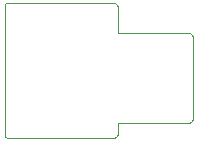
<source format=gbr>
%TF.GenerationSoftware,KiCad,Pcbnew,(5.1.8)-1*%
%TF.CreationDate,2020-12-08T09:30:58-08:00*%
%TF.ProjectId,UP-SPI-Adapter,55502d53-5049-42d4-9164-61707465722e,rev?*%
%TF.SameCoordinates,Original*%
%TF.FileFunction,Profile,NP*%
%FSLAX46Y46*%
G04 Gerber Fmt 4.6, Leading zero omitted, Abs format (unit mm)*
G04 Created by KiCad (PCBNEW (5.1.8)-1) date 2020-12-08 09:30:58*
%MOMM*%
%LPD*%
G01*
G04 APERTURE LIST*
%TA.AperFunction,Profile*%
%ADD10C,0.050000*%
%TD*%
G04 APERTURE END LIST*
D10*
X204978000Y-129286000D02*
X204978000Y-122174000D01*
X198628000Y-129540000D02*
X204724000Y-129540000D01*
X198628000Y-130556000D02*
X198628000Y-129540000D01*
X189357000Y-130810000D02*
X198374000Y-130810000D01*
X189103000Y-119634000D02*
X189103000Y-130556000D01*
X198374000Y-119380000D02*
X189357000Y-119380000D01*
X198628000Y-121920000D02*
X198628000Y-119634000D01*
X204724000Y-121920000D02*
X198628000Y-121920000D01*
X189103000Y-119634000D02*
G75*
G02*
X189357000Y-119380000I254000J0D01*
G01*
X198374000Y-119380000D02*
G75*
G02*
X198628000Y-119634000I0J-254000D01*
G01*
X204724000Y-121920000D02*
G75*
G02*
X204978000Y-122174000I0J-254000D01*
G01*
X204978000Y-129286000D02*
G75*
G02*
X204724000Y-129540000I-254000J0D01*
G01*
X198628000Y-130556000D02*
G75*
G02*
X198374000Y-130810000I-254000J0D01*
G01*
X189357000Y-130810000D02*
G75*
G02*
X189103000Y-130556000I0J254000D01*
G01*
M02*

</source>
